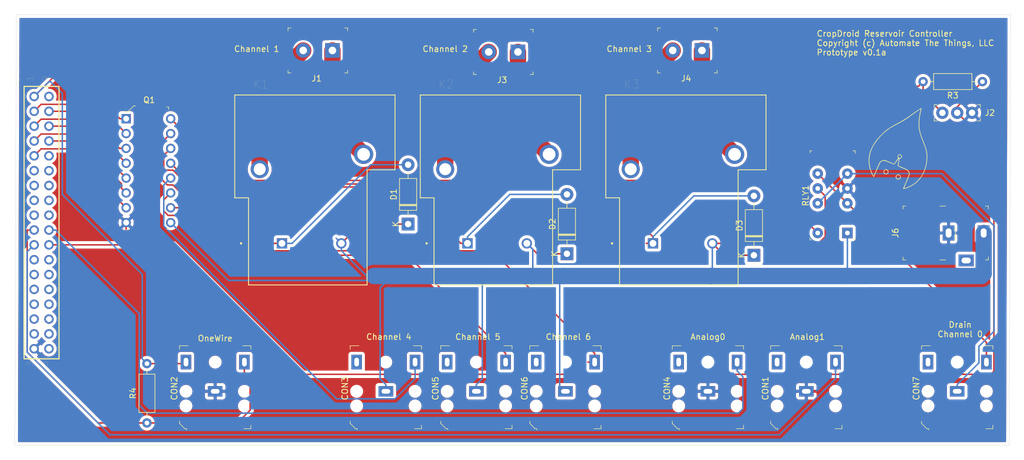
<source format=kicad_pcb>
(kicad_pcb (version 20171130) (host pcbnew 5.1.5-52549c5~84~ubuntu18.04.1)
  (title_block (title "CropDroid Reservoir") (rev v1) (company "Automate The Things, LLC") (comment 3 "License: Proprietary") (comment 4 "Author: Jeremy Hahn"))
  (layers (0 F.Cu signal) (31 B.Cu signal) (34 B.Paste user) (35 F.Paste user) (36 B.SilkS user) (37 F.SilkS user) (38 B.Mask user) (39 F.Mask user) (44 Edge.Cuts user))
  (net 0 "")
  (net 1 "Net-(CON1-Pad3)")
  (net 2 "Net-(CON1-Pad2)")
  (net 3 GND)
  (net 4 "Net-(CON2-Pad2)")
  (net 5 "Net-(CON2-Pad3)")
  (net 6 "Net-(CON3-Pad3)")
  (net 7 "Net-(CON3-Pad2)")
  (net 8 "Net-(CON4-Pad3)")
  (net 9 "Net-(CON4-Pad2)")
  (net 10 "Net-(CON5-Pad2)")
  (net 11 "Net-(CON5-Pad3)")
  (net 12 "Net-(J2-Pad2)")
  (net 13 "Net-(J4-Pad2)")
  (net 14 "Net-(J4-Pad1)")
  (net 15 "Net-(J5-Pad2)")
  (net 16 "Net-(J6-Pad3)")
  (net 17 "Net-(Q1-Pad16)")
  (net 18 "Net-(J3-Pad2)")
  (net 19 +12V)
  (net 20 "Net-(D1-Pad2)")
  (net 21 "Net-(D2-Pad2)")
  (net 22 "Net-(D3-Pad2)")
  (net 23 "Net-(J1-Pad1)")
  (net 24 "Net-(J1-Pad2)")
  (net 25 "Net-(J3-Pad1)")
  (net 26 "Net-(J5-Pad3)")
  (net 27 "Net-(J5-Pad4)")
  (net 28 "Net-(J5-Pad5)")
  (net 29 "Net-(J5-Pad6)")
  (net 30 "Net-(J5-Pad7)")
  (net 31 "Net-(J5-Pad8)")
  (net 32 "Net-(J5-Pad9)")
  (net 33 "Net-(J5-Pad10)")
  (net 34 "Net-(J5-Pad11)")
  (net 35 "Net-(J5-Pad12)")
  (net 36 "Net-(J5-Pad13)")
  (net 37 "Net-(J5-Pad14)")
  (net 38 "Net-(J5-Pad15)")
  (net 39 "Net-(J5-Pad16)")
  (net 40 "Net-(J5-Pad17)")
  (net 41 "Net-(J5-Pad18)")
  (net 42 "Net-(J5-Pad23)")
  (net 43 "Net-(J5-Pad24)")
  (net 44 "Net-(J5-Pad25)")
  (net 45 "Net-(J5-Pad26)")
  (net 46 "Net-(J5-Pad27)")
  (net 47 "Net-(J5-Pad28)")
  (net 48 "Net-(J5-Pad29)")
  (net 49 "Net-(J5-Pad30)")
  (net 50 "Net-(J5-Pad31)")
  (net 51 "Net-(J5-Pad32)")
  (net 52 "Net-(J5-Pad33)")
  (net 53 "Net-(J5-Pad34)")
  (net 54 "Net-(J5-Pad36)")
  (net 55 "Net-(CON6-Pad3)")
  (net 56 "Net-(CON6-Pad2)")
  (net 57 "Net-(CON7-Pad1)")
  (net 58 "Net-(CON7-Pad2)")
  (net 59 "Net-(CON7-Pad3)")
  (module cropdroid_logo:cropdroid_logo (layer F.Cu) (at 214.63 83.82)
    (fp_text reference G*** hide)
    (fp_text value LOGO hide)
  )
  (module Resistor_THT:R_Axial_DIN0207_L6.3mm_D2.5mm_P10.16mm_Horizontal (layer F.Cu) (at 86.106 130.81 90)
    (fp_text reference R4 (at 5.08 -2.37 90) (layer F.SilkS))
    (fp_text value 4.7k)
    (pad 2 thru_hole oval (at 10.16 0 90) (size 1.6 1.6) (drill 0.8) (layers *.Cu *.Mask) (net 5 "Net-(CON2-Pad3)"))
    (pad 1 thru_hole circle (at 0 0 90) (size 1.6 1.6) (drill 0.8) (layers *.Cu *.Mask) (net 4 "Net-(CON2-Pad2)"))
  )
  (module digikey-footprints:Headphone_Jack_3.5mm_SJ1-3523N (layer F.Cu) (at 97.79 120.396 90)
    (fp_text reference CON2 (at -4.5 -7 90) (layer F.SilkS))
    (fp_text value SJ1-3523N)
    (pad 3 thru_hole rect (at 0 -5 90) (size 2.5 1.8) (drill oval 1.5 0.8) (layers *.Cu *.Mask) (net 5 "Net-(CON2-Pad3)"))
    (pad 2 thru_hole rect (at 0 5 90) (size 2.5 1.8) (drill oval 1.5 0.8) (layers *.Cu *.Mask) (net 4 "Net-(CON2-Pad2)"))
    (pad 1 thru_hole rect (at -5 0 90) (size 1.8 2.5) (drill oval 0.8 1.5) (layers *.Cu *.Mask) (net 3 GND))
    (pad "" np_thru_hole circle (at 0 0 90) (size 1.2 1.2) (drill 1.2) (layers *.Cu *.Mask))
    (pad "" np_thru_hole circle (at -5 -5 90) (size 1.2 1.2) (drill 1.2) (layers *.Cu *.Mask))
    (pad "" np_thru_hole circle (at -7.5 -5 90) (size 1.2 1.2) (drill 1.2) (layers *.Cu *.Mask))
    (pad "" np_thru_hole circle (at -5 5 90) (size 1.2 1.2) (drill 1.2) (layers *.Cu *.Mask))
    (pad "" np_thru_hole circle (at -7.5 5 90) (size 1.2 1.2) (drill 1.2) (layers *.Cu *.Mask))
  )
  (module Resistor_THT:R_Axial_DIN0207_L6.3mm_D2.5mm_P10.16mm_Horizontal (layer F.Cu) (at 229.108 72.39 180)
    (fp_text reference R3 (at 5.08 -2.37) (layer F.SilkS))
    (fp_text value 10k)
    (pad 2 thru_hole oval (at 10.16 0 180) (size 1.6 1.6) (drill 0.8) (layers *.Cu *.Mask) (net 5 "Net-(CON2-Pad3)"))
    (pad 1 thru_hole circle (at 0 0 180) (size 1.6 1.6) (drill 0.8) (layers *.Cu *.Mask) (net 12 "Net-(J2-Pad2)"))
  )
  (module digikey-footprints:Headphone_Jack_3.5mm_SJ1-3523N (layer F.Cu) (at 182.118 120.396 90)
    (fp_text reference CON4 (at -4.5 -7 90) (layer F.SilkS))
    (fp_text value SJ1-3523N)
    (pad "" np_thru_hole circle (at -7.5 5 90) (size 1.2 1.2) (drill 1.2) (layers *.Cu *.Mask))
    (pad "" np_thru_hole circle (at -5 5 90) (size 1.2 1.2) (drill 1.2) (layers *.Cu *.Mask))
    (pad "" np_thru_hole circle (at -7.5 -5 90) (size 1.2 1.2) (drill 1.2) (layers *.Cu *.Mask))
    (pad "" np_thru_hole circle (at -5 -5 90) (size 1.2 1.2) (drill 1.2) (layers *.Cu *.Mask))
    (pad "" np_thru_hole circle (at 0 0 90) (size 1.2 1.2) (drill 1.2) (layers *.Cu *.Mask))
    (pad 1 thru_hole rect (at -5 0 90) (size 1.8 2.5) (drill oval 0.8 1.5) (layers *.Cu *.Mask) (net 3 GND))
    (pad 2 thru_hole rect (at 0 5 90) (size 2.5 1.8) (drill oval 1.5 0.8) (layers *.Cu *.Mask) (net 9 "Net-(CON4-Pad2)"))
    (pad 3 thru_hole rect (at 0 -5 90) (size 2.5 1.8) (drill oval 1.5 0.8) (layers *.Cu *.Mask) (net 8 "Net-(CON4-Pad3)"))
  )
  (module digikey-footprints:Headphone_Jack_3.5mm_SJ1-3523N (layer F.Cu) (at 198.962 120.396 90)
    (fp_text reference CON1 (at -4.5 -7 90) (layer F.SilkS))
    (fp_text value SJ1-3523N)
    (pad "" np_thru_hole circle (at -7.5 5 90) (size 1.2 1.2) (drill 1.2) (layers *.Cu *.Mask))
    (pad "" np_thru_hole circle (at -5 5 90) (size 1.2 1.2) (drill 1.2) (layers *.Cu *.Mask))
    (pad "" np_thru_hole circle (at -7.5 -5 90) (size 1.2 1.2) (drill 1.2) (layers *.Cu *.Mask))
    (pad "" np_thru_hole circle (at -5 -5 90) (size 1.2 1.2) (drill 1.2) (layers *.Cu *.Mask))
    (pad "" np_thru_hole circle (at 0 0 90) (size 1.2 1.2) (drill 1.2) (layers *.Cu *.Mask))
    (pad 1 thru_hole rect (at -5 0 90) (size 1.8 2.5) (drill oval 0.8 1.5) (layers *.Cu *.Mask) (net 3 GND))
    (pad 2 thru_hole rect (at 0 5 90) (size 2.5 1.8) (drill oval 1.5 0.8) (layers *.Cu *.Mask) (net 2 "Net-(CON1-Pad2)"))
    (pad 3 thru_hole rect (at 0 -5 90) (size 2.5 1.8) (drill oval 1.5 0.8) (layers *.Cu *.Mask) (net 1 "Net-(CON1-Pad3)"))
  )
  (module Diode_THT:D_DO-41_SOD81_P10.16mm_Horizontal (layer F.Cu) (at 189.992 102.108 90)
    (fp_text reference D3 (at 5.08 -2.47 90) (layer F.SilkS))
    (fp_text value 1N4001)
    (fp_text user K (at 0 -2.1 90) (layer F.SilkS))
    (pad 2 thru_hole oval (at 10.16 0 90) (size 2.2 2.2) (drill 1.1) (layers *.Cu *.Mask) (net 22 "Net-(D3-Pad2)"))
    (pad 1 thru_hole rect (at 0 0 90) (size 2.2 2.2) (drill 1.1) (layers *.Cu *.Mask) (net 19 +12V))
  )
  (module Diode_THT:D_DO-41_SOD81_P10.16mm_Horizontal (layer F.Cu) (at 157.988 101.854 90)
    (fp_text reference D2 (at 5.08 -2.47 90) (layer F.SilkS))
    (fp_text value 1N4001)
    (fp_text user K (at 0 -2.1 90) (layer F.SilkS))
    (pad 2 thru_hole oval (at 10.16 0 90) (size 2.2 2.2) (drill 1.1) (layers *.Cu *.Mask) (net 21 "Net-(D2-Pad2)"))
    (pad 1 thru_hole rect (at 0 0 90) (size 2.2 2.2) (drill 1.1) (layers *.Cu *.Mask) (net 19 +12V))
  )
  (module Diode_THT:D_DO-41_SOD81_P10.16mm_Horizontal (layer F.Cu) (at 130.81 96.774 90)
    (fp_text reference D1 (at 5.08 -2.47 90) (layer F.SilkS))
    (fp_text value 1N4001)
    (fp_text user K (at 0 -2.1 90) (layer F.SilkS))
    (pad 2 thru_hole oval (at 10.16 0 90) (size 2.2 2.2) (drill 1.1) (layers *.Cu *.Mask) (net 20 "Net-(D1-Pad2)"))
    (pad 1 thru_hole rect (at 0 0 90) (size 2.2 2.2) (drill 1.1) (layers *.Cu *.Mask) (net 19 +12V))
  )
  (module digikey-footprints:Term_Block_1x2_P5mm (layer F.Cu) (at 117.856 67.056 180)
    (fp_text reference J1 (at 2.7 -4.8) (layer F.SilkS))
    (fp_text value OSTTC020162)
    (pad 1 thru_hole rect (at 0 0 180) (size 2.5 2.5) (drill 1.3) (layers *.Cu *.Mask) (net 23 "Net-(J1-Pad1)"))
    (pad 2 thru_hole circle (at 5 0 180) (size 2.5 2.5) (drill 1.3) (layers *.Cu *.Mask) (net 24 "Net-(J1-Pad2)"))
  )
  (module digikey-footprints:Headphone_Jack_3.5mm_SJ1-3523N (layer F.Cu) (at 127 120.396 90)
    (fp_text reference CON3 (at -4.5 -7 90) (layer F.SilkS))
    (fp_text value SJ1-3523N)
    (pad "" np_thru_hole circle (at -7.5 5 90) (size 1.2 1.2) (drill 1.2) (layers *.Cu *.Mask))
    (pad "" np_thru_hole circle (at -5 5 90) (size 1.2 1.2) (drill 1.2) (layers *.Cu *.Mask))
    (pad "" np_thru_hole circle (at -7.5 -5 90) (size 1.2 1.2) (drill 1.2) (layers *.Cu *.Mask))
    (pad "" np_thru_hole circle (at -5 -5 90) (size 1.2 1.2) (drill 1.2) (layers *.Cu *.Mask))
    (pad "" np_thru_hole circle (at 0 0 90) (size 1.2 1.2) (drill 1.2) (layers *.Cu *.Mask))
    (pad 1 thru_hole rect (at -5 0 90) (size 1.8 2.5) (drill oval 0.8 1.5) (layers *.Cu *.Mask) (net 19 +12V))
    (pad 2 thru_hole rect (at 0 5 90) (size 2.5 1.8) (drill oval 1.5 0.8) (layers *.Cu *.Mask) (net 7 "Net-(CON3-Pad2)"))
    (pad 3 thru_hole rect (at 0 -5 90) (size 2.5 1.8) (drill oval 1.5 0.8) (layers *.Cu *.Mask) (net 6 "Net-(CON3-Pad3)"))
  )
  (module digikey-footprints:Headphone_Jack_3.5mm_SJ1-3523N (layer F.Cu) (at 142.494 120.396 90)
    (fp_text reference CON5 (at -4.5 -7 90) (layer F.SilkS))
    (fp_text value SJ1-3523N)
    (pad 3 thru_hole rect (at 0 -5 90) (size 2.5 1.8) (drill oval 1.5 0.8) (layers *.Cu *.Mask) (net 11 "Net-(CON5-Pad3)"))
    (pad 2 thru_hole rect (at 0 5 90) (size 2.5 1.8) (drill oval 1.5 0.8) (layers *.Cu *.Mask) (net 10 "Net-(CON5-Pad2)"))
    (pad 1 thru_hole rect (at -5 0 90) (size 1.8 2.5) (drill oval 0.8 1.5) (layers *.Cu *.Mask) (net 19 +12V))
    (pad "" np_thru_hole circle (at 0 0 90) (size 1.2 1.2) (drill 1.2) (layers *.Cu *.Mask))
    (pad "" np_thru_hole circle (at -5 -5 90) (size 1.2 1.2) (drill 1.2) (layers *.Cu *.Mask))
    (pad "" np_thru_hole circle (at -7.5 -5 90) (size 1.2 1.2) (drill 1.2) (layers *.Cu *.Mask))
    (pad "" np_thru_hole circle (at -5 5 90) (size 1.2 1.2) (drill 1.2) (layers *.Cu *.Mask))
    (pad "" np_thru_hole circle (at -7.5 5 90) (size 1.2 1.2) (drill 1.2) (layers *.Cu *.Mask))
  )
  (module digikey-footprints:Headphone_Jack_3.5mm_SJ1-3523N (layer F.Cu) (at 157.734 120.396 90)
    (fp_text reference CON6 (at -4.5 -7 90) (layer F.SilkS))
    (fp_text value SJ1-3523N)
    (pad 3 thru_hole rect (at 0 -5 90) (size 2.5 1.8) (drill oval 1.5 0.8) (layers *.Cu *.Mask) (net 55 "Net-(CON6-Pad3)"))
    (pad 2 thru_hole rect (at 0 5 90) (size 2.5 1.8) (drill oval 1.5 0.8) (layers *.Cu *.Mask) (net 56 "Net-(CON6-Pad2)"))
    (pad 1 thru_hole rect (at -5 0 90) (size 1.8 2.5) (drill oval 0.8 1.5) (layers *.Cu *.Mask) (net 19 +12V))
    (pad "" np_thru_hole circle (at 0 0 90) (size 1.2 1.2) (drill 1.2) (layers *.Cu *.Mask))
    (pad "" np_thru_hole circle (at -5 -5 90) (size 1.2 1.2) (drill 1.2) (layers *.Cu *.Mask))
    (pad "" np_thru_hole circle (at -7.5 -5 90) (size 1.2 1.2) (drill 1.2) (layers *.Cu *.Mask))
    (pad "" np_thru_hole circle (at -5 5 90) (size 1.2 1.2) (drill 1.2) (layers *.Cu *.Mask))
    (pad "" np_thru_hole circle (at -7.5 5 90) (size 1.2 1.2) (drill 1.2) (layers *.Cu *.Mask))
  )
  (module digikey-footprints:Headphone_Jack_3.5mm_SJ1-3523N (layer F.Cu) (at 224.79 120.396 90)
    (fp_text reference CON7 (at -4.5 -7 90) (layer F.SilkS))
    (fp_text value SJ1-3523N)
    (pad "" np_thru_hole circle (at -7.5 5 90) (size 1.2 1.2) (drill 1.2) (layers *.Cu *.Mask))
    (pad "" np_thru_hole circle (at -5 5 90) (size 1.2 1.2) (drill 1.2) (layers *.Cu *.Mask))
    (pad "" np_thru_hole circle (at -7.5 -5 90) (size 1.2 1.2) (drill 1.2) (layers *.Cu *.Mask))
    (pad "" np_thru_hole circle (at -5 -5 90) (size 1.2 1.2) (drill 1.2) (layers *.Cu *.Mask))
    (pad "" np_thru_hole circle (at 0 0 90) (size 1.2 1.2) (drill 1.2) (layers *.Cu *.Mask))
    (pad 1 thru_hole rect (at -5 0 90) (size 1.8 2.5) (drill oval 0.8 1.5) (layers *.Cu *.Mask) (net 57 "Net-(CON7-Pad1)"))
    (pad 2 thru_hole rect (at 0 5 90) (size 2.5 1.8) (drill oval 1.5 0.8) (layers *.Cu *.Mask) (net 58 "Net-(CON7-Pad2)"))
    (pad 3 thru_hole rect (at 0 -5 90) (size 2.5 1.8) (drill oval 1.5 0.8) (layers *.Cu *.Mask) (net 59 "Net-(CON7-Pad3)"))
  )
  (module digikey-footprints:PinHeader_1x3_P2.54_Drill1.1mm (layer F.Cu) (at 222.25 77.724)
    (fp_text reference J2 (at 8.128 0) (layer F.SilkS))
    (fp_text value 640456-3)
    (pad 1 thru_hole circle (at 0 0) (size 2.1 2.1) (drill 1.1) (layers *.Cu *.Mask) (net 5 "Net-(CON2-Pad3)"))
    (pad 2 thru_hole circle (at 2.54 0) (size 2.1 2.1) (drill 1.1) (layers *.Cu *.Mask) (net 12 "Net-(J2-Pad2)"))
    (pad 3 thru_hole circle (at 5.08 0) (size 2.1 2.1) (drill 1.1) (layers *.Cu *.Mask) (net 3 GND))
  )
  (module digikey-footprints:Term_Block_1x2_P5mm (layer F.Cu) (at 149.606 67.31 180)
    (fp_text reference J3 (at 2.7 -4.8) (layer F.SilkS))
    (fp_text value OSTTC020162)
    (pad 2 thru_hole circle (at 5 0 180) (size 2.5 2.5) (drill 1.3) (layers *.Cu *.Mask) (net 18 "Net-(J3-Pad2)"))
    (pad 1 thru_hole rect (at 0 0 180) (size 2.5 2.5) (drill 1.3) (layers *.Cu *.Mask) (net 25 "Net-(J3-Pad1)"))
  )
  (module digikey-footprints:Term_Block_1x2_P5mm (layer F.Cu) (at 181.102 67.056 180)
    (fp_text reference J4 (at 2.7 -4.8) (layer F.SilkS))
    (fp_text value OSTTC020162)
    (pad 1 thru_hole rect (at 0 0 180) (size 2.5 2.5) (drill 1.3) (layers *.Cu *.Mask) (net 14 "Net-(J4-Pad1)"))
    (pad 2 thru_hole circle (at 5 0 180) (size 2.5 2.5) (drill 1.3) (layers *.Cu *.Mask) (net 13 "Net-(J4-Pad2)"))
  )
  (module SAMTEC-MTSW-118-10-X-D-640:SAMTEC-MTSW-118-10-X-D-640 (layer F.Cu) (at 68.072 96.52 270)
    (fp_text reference J5 (at -25.3785 4.39951 90) (layer F.SilkS) (effects (font (size 1.5 1.5) (thickness 0.015))))
    (fp_text value SAMTEC-MTSW-118-10-X-D-640)
    (fp_text user 1 (at -24.68 1.905 90) (layer F.SilkS) (effects (font (thickness 0.015))))
    (fp_text user 2 (at -24.68 -0.635 90) (layer F.SilkS) (effects (font (thickness 0.015))))
    (fp_text user 35 (at 23.651 1.905 90) (layer F.SilkS) (effects (font (thickness 0.015))))
    (fp_text user 36 (at 23.651 -0.635 90) (layer F.SilkS) (effects (font (thickness 0.015))))
    (pad 1 thru_hole circle (at -21.59 1.27 270) (size 1.62001 1.62001) (drill 1.01999) (layers *.Cu) (net 5 "Net-(CON2-Pad3)"))
    (pad 2 thru_hole circle (at -21.59 -1.27 270) (size 1.62001 1.62001) (drill 1.01999) (layers *.Cu) (net 15 "Net-(J5-Pad2)"))
    (pad 3 thru_hole circle (at -19.05 1.27 270) (size 1.62001 1.62001) (drill 1.01999) (layers *.Cu) (net 26 "Net-(J5-Pad3)"))
    (pad 4 thru_hole circle (at -19.05 -1.27 270) (size 1.62001 1.62001) (drill 1.01999) (layers *.Cu) (net 27 "Net-(J5-Pad4)"))
    (pad 5 thru_hole circle (at -16.51 1.27 270) (size 1.62001 1.62001) (drill 1.01999) (layers *.Cu) (net 28 "Net-(J5-Pad5)"))
    (pad 6 thru_hole circle (at -16.51 -1.27 270) (size 1.62001 1.62001) (drill 1.01999) (layers *.Cu) (net 29 "Net-(J5-Pad6)"))
    (pad 7 thru_hole circle (at -13.97 1.27 270) (size 1.62001 1.62001) (drill 1.01999) (layers *.Cu) (net 30 "Net-(J5-Pad7)"))
    (pad 8 thru_hole circle (at -13.97 -1.27 270) (size 1.62001 1.62001) (drill 1.01999) (layers *.Cu) (net 31 "Net-(J5-Pad8)"))
    (pad 9 thru_hole circle (at -11.43 1.27 270) (size 1.62001 1.62001) (drill 1.01999) (layers *.Cu) (net 32 "Net-(J5-Pad9)"))
    (pad 10 thru_hole circle (at -11.43 -1.27 270) (size 1.62001 1.62001) (drill 1.01999) (layers *.Cu) (net 33 "Net-(J5-Pad10)"))
    (pad 11 thru_hole circle (at -8.89 1.27 270) (size 1.62001 1.62001) (drill 1.01999) (layers *.Cu) (net 34 "Net-(J5-Pad11)"))
    (pad 12 thru_hole circle (at -8.89 -1.27 270) (size 1.62001 1.62001) (drill 1.01999) (layers *.Cu) (net 35 "Net-(J5-Pad12)"))
    (pad 13 thru_hole circle (at -6.35 1.27 270) (size 1.62001 1.62001) (drill 1.01999) (layers *.Cu) (net 36 "Net-(J5-Pad13)"))
    (pad 14 thru_hole circle (at -6.35 -1.27 270) (size 1.62001 1.62001) (drill 1.01999) (layers *.Cu) (net 37 "Net-(J5-Pad14)"))
    (pad 15 thru_hole circle (at -3.81 1.27 270) (size 1.62001 1.62001) (drill 1.01999) (layers *.Cu) (net 38 "Net-(J5-Pad15)"))
    (pad 16 thru_hole circle (at -3.81 -1.27 270) (size 1.62001 1.62001) (drill 1.01999) (layers *.Cu) (net 39 "Net-(J5-Pad16)"))
    (pad 17 thru_hole circle (at -1.27 1.27 270) (size 1.62001 1.62001) (drill 1.01999) (layers *.Cu) (net 40 "Net-(J5-Pad17)"))
    (pad 18 thru_hole circle (at -1.27 -1.27 270) (size 1.62001 1.62001) (drill 1.01999) (layers *.Cu) (net 41 "Net-(J5-Pad18)"))
    (pad 19 thru_hole circle (at 1.27 1.27 270) (size 1.62001 1.62001) (drill 1.01999) (layers *.Cu) (net 4 "Net-(CON2-Pad2)"))
    (pad 20 thru_hole circle (at 1.27 -1.27 270) (size 1.62001 1.62001) (drill 1.01999) (layers *.Cu) (net 9 "Net-(CON4-Pad2)"))
    (pad 21 thru_hole circle (at 3.81 1.27 270) (size 1.62001 1.62001) (drill 1.01999) (layers *.Cu) (net 2 "Net-(CON1-Pad2)"))
    (pad 22 thru_hole circle (at 3.81 -1.27 270) (size 1.62001 1.62001) (drill 1.01999) (layers *.Cu) (net 12 "Net-(J2-Pad2)"))
    (pad 23 thru_hole circle (at 6.35 1.27 270) (size 1.62001 1.62001) (drill 1.01999) (layers *.Cu) (net 42 "Net-(J5-Pad23)"))
    (pad 24 thru_hole circle (at 6.35 -1.27 270) (size 1.62001 1.62001) (drill 1.01999) (layers *.Cu) (net 43 "Net-(J5-Pad24)"))
    (pad 25 thru_hole circle (at 8.89 1.27 270) (size 1.62001 1.62001) (drill 1.01999) (layers *.Cu) (net 44 "Net-(J5-Pad25)"))
    (pad 26 thru_hole circle (at 8.89 -1.27 270) (size 1.62001 1.62001) (drill 1.01999) (layers *.Cu) (net 45 "Net-(J5-Pad26)"))
    (pad 27 thru_hole circle (at 11.43 1.27 270) (size 1.62001 1.62001) (drill 1.01999) (layers *.Cu) (net 46 "Net-(J5-Pad27)"))
    (pad 28 thru_hole circle (at 11.43 -1.27 270) (size 1.62001 1.62001) (drill 1.01999) (layers *.Cu) (net 47 "Net-(J5-Pad28)"))
    (pad 29 thru_hole circle (at 13.97 1.27 270) (size 1.62001 1.62001) (drill 1.01999) (layers *.Cu) (net 48 "Net-(J5-Pad29)"))
    (pad 30 thru_hole circle (at 13.97 -1.27 270) (size 1.62001 1.62001) (drill 1.01999) (layers *.Cu) (net 49 "Net-(J5-Pad30)"))
    (pad 31 thru_hole circle (at 16.51 1.27 270) (size 1.62001 1.62001) (drill 1.01999) (layers *.Cu) (net 50 "Net-(J5-Pad31)"))
    (pad 32 thru_hole circle (at 16.51 -1.27 270) (size 1.62001 1.62001) (drill 1.01999) (layers *.Cu) (net 51 "Net-(J5-Pad32)"))
    (pad 33 thru_hole circle (at 19.05 1.27 270) (size 1.62001 1.62001) (drill 1.01999) (layers *.Cu) (net 52 "Net-(J5-Pad33)"))
    (pad 34 thru_hole circle (at 19.05 -1.27 270) (size 1.62001 1.62001) (drill 1.01999) (layers *.Cu) (net 53 "Net-(J5-Pad34)"))
    (pad 35 thru_hole circle (at 21.59 1.27 270) (size 1.62001 1.62001) (drill 1.01999) (layers *.Cu) (net 3 GND))
    (pad 36 thru_hole circle (at 21.59 -1.27 270) (size 1.62001 1.62001) (drill 1.01999) (layers *.Cu) (net 54 "Net-(J5-Pad36)"))
  )
  (module digikey-footprints:Barrel_Jack_5.5mmODx2.1mmID_PJ-102A (layer F.Cu) (at 226.314 98.298 90)
    (fp_text reference J6 (at 0 -12.1 90) (layer F.SilkS))
    (fp_text value PJ-102A)
    (pad 3 thru_hole rect (at -4.7 0 90) (size 2 2.6) (drill oval 1 1.6) (layers *.Cu *.Mask) (net 16 "Net-(J6-Pad3)"))
    (pad 1 thru_hole rect (at 0 3 90) (size 2.6 2) (drill oval 1.6 1) (layers *.Cu *.Mask) (net 19 +12V))
    (pad 2 thru_hole rect (at 0 -3 90) (size 2.6 2) (drill oval 1.6 1) (layers *.Cu *.Mask) (net 3 GND))
  )
  (module T9AS1D12-15:RELAY_T9AS1D12-15 (layer F.Cu) (at 109.22 100.076)
    (fp_text reference K1 (at -3.665025 -27.220035) (layer F.SilkS) (effects (font (size 1.395488 1.395488) (thickness 0.015))))
    (fp_text value T9AS1D12-15)
    (pad 2 thru_hole circle (at 10.16 0) (size 1.76 1.76) (drill 1.17) (layers *.Cu *.Mask) (net 19 +12V))
    (pad 1 thru_hole rect (at 0 0) (size 1.76 1.76) (drill 1.17) (layers *.Cu *.Mask) (net 20 "Net-(D1-Pad2)"))
    (pad 3 thru_hole circle (at -3.81 -12.7) (size 3.09 3.09) (drill 2.06) (layers *.Cu *.Mask) (net 24 "Net-(J1-Pad2)"))
    (pad 4 thru_hole circle (at 13.97 -15.24) (size 3.29 3.29) (drill 2.19) (layers *.Cu *.Mask) (net 23 "Net-(J1-Pad1)"))
  )
  (module T9AS1D12-15:RELAY_T9AS1D12-15 (layer F.Cu) (at 140.97 100.076)
    (fp_text reference K2 (at -3.665025 -27.220035) (layer F.SilkS) (effects (font (size 1.395488 1.395488) (thickness 0.015))))
    (fp_text value T9AS1D12-15)
    (pad 4 thru_hole circle (at 13.97 -15.24) (size 3.29 3.29) (drill 2.19) (layers *.Cu *.Mask) (net 25 "Net-(J3-Pad1)"))
    (pad 3 thru_hole circle (at -3.81 -12.7) (size 3.09 3.09) (drill 2.06) (layers *.Cu *.Mask) (net 18 "Net-(J3-Pad2)"))
    (pad 1 thru_hole rect (at 0 0) (size 1.76 1.76) (drill 1.17) (layers *.Cu *.Mask) (net 21 "Net-(D2-Pad2)"))
    (pad 2 thru_hole circle (at 10.16 0) (size 1.76 1.76) (drill 1.17) (layers *.Cu *.Mask) (net 19 +12V))
  )
  (module T9AS1D12-15:RELAY_T9AS1D12-15 (layer F.Cu) (at 172.72 100.076)
    (fp_text reference K3 (at -3.665025 -27.220035) (layer F.SilkS) (effects (font (size 1.395488 1.395488) (thickness 0.015))))
    (fp_text value T9AS1D12-15)
    (pad 2 thru_hole circle (at 10.16 0) (size 1.76 1.76) (drill 1.17) (layers *.Cu *.Mask) (net 19 +12V))
    (pad 1 thru_hole rect (at 0 0) (size 1.76 1.76) (drill 1.17) (layers *.Cu *.Mask) (net 22 "Net-(D3-Pad2)"))
    (pad 3 thru_hole circle (at -3.81 -12.7) (size 3.09 3.09) (drill 2.06) (layers *.Cu *.Mask) (net 13 "Net-(J4-Pad2)"))
    (pad 4 thru_hole circle (at 13.97 -15.24) (size 3.29 3.29) (drill 2.19) (layers *.Cu *.Mask) (net 14 "Net-(J4-Pad1)"))
  )
  (module digikey-footprints:DIP-16_W7.62mm (layer F.Cu) (at 82.55 78.74)
    (fp_text reference Q1 (at 3.94 -3.2) (layer F.SilkS))
    (fp_text value ULN2003AN)
    (pad 1 thru_hole rect (at 0 0) (size 1.6 1.6) (drill 1) (layers *.Cu *.Mask) (net 26 "Net-(J5-Pad3)"))
    (pad 2 thru_hole circle (at 0 2.54) (size 1.6 1.6) (drill 1) (layers *.Cu *.Mask) (net 27 "Net-(J5-Pad4)"))
    (pad 3 thru_hole circle (at 0 5.08) (size 1.6 1.6) (drill 1) (layers *.Cu *.Mask) (net 28 "Net-(J5-Pad5)"))
    (pad 4 thru_hole circle (at 0 7.62) (size 1.6 1.6) (drill 1) (layers *.Cu *.Mask) (net 29 "Net-(J5-Pad6)"))
    (pad 5 thru_hole circle (at 0 10.16) (size 1.6 1.6) (drill 1) (layers *.Cu *.Mask) (net 30 "Net-(J5-Pad7)"))
    (pad 6 thru_hole circle (at 0 12.7) (size 1.6 1.6) (drill 1) (layers *.Cu *.Mask) (net 31 "Net-(J5-Pad8)"))
    (pad 7 thru_hole circle (at 0 15.24) (size 1.6 1.6) (drill 1) (layers *.Cu *.Mask) (net 32 "Net-(J5-Pad9)"))
    (pad 10 thru_hole circle (at 7.62 15.24) (size 1.6 1.6) (drill 1) (layers *.Cu *.Mask) (net 56 "Net-(CON6-Pad2)"))
    (pad 11 thru_hole circle (at 7.62 12.7) (size 1.6 1.6) (drill 1) (layers *.Cu *.Mask) (net 10 "Net-(CON5-Pad2)"))
    (pad 12 thru_hole circle (at 7.62 10.16) (size 1.6 1.6) (drill 1) (layers *.Cu *.Mask) (net 7 "Net-(CON3-Pad2)"))
    (pad 13 thru_hole circle (at 7.62 7.62) (size 1.6 1.6) (drill 1) (layers *.Cu *.Mask) (net 22 "Net-(D3-Pad2)"))
    (pad 14 thru_hole circle (at 7.62 5.08) (size 1.6 1.6) (drill 1) (layers *.Cu *.Mask) (net 21 "Net-(D2-Pad2)"))
    (pad 15 thru_hole circle (at 7.62 2.54) (size 1.6 1.6) (drill 1) (layers *.Cu *.Mask) (net 20 "Net-(D1-Pad2)"))
    (pad 16 thru_hole circle (at 7.62 0) (size 1.6 1.6) (drill 1) (layers *.Cu *.Mask) (net 17 "Net-(Q1-Pad16)"))
    (pad 8 thru_hole circle (at 0 17.78) (size 1.6 1.6) (drill 1) (layers *.Cu *.Mask) (net 3 GND))
    (pad 9 thru_hole circle (at 7.62 17.78) (size 1.6 1.6) (drill 1) (layers *.Cu *.Mask) (net 19 +12V))
  )
  (module digikey-footprints:Relay_THT_EC2 (layer F.Cu) (at 200.914 98.298 90)
    (fp_text reference RLY1 (at 6.4 -2.075 90) (layer F.SilkS))
    (fp_text value EC2-12NU)
    (pad 12 thru_hole circle (at 0 0 90) (size 1.8 1.8) (drill 0.8) (layers *.Cu *.Mask) (net 17 "Net-(Q1-Pad16)"))
    (pad 10 thru_hole circle (at 5.08 0 90) (size 1.8 1.8) (drill 0.8) (layers *.Cu *.Mask) (net 57 "Net-(CON7-Pad1)"))
    (pad 9 thru_hole circle (at 7.62 0 90) (size 1.8 1.8) (drill 0.8) (layers *.Cu *.Mask) (net 19 +12V))
    (pad 8 thru_hole circle (at 10.16 0 90) (size 1.8 1.8) (drill 0.8) (layers *.Cu *.Mask) (net 58 "Net-(CON7-Pad2)"))
    (pad 5 thru_hole circle (at 10.16 5.08 90) (size 1.8 1.8) (drill 0.8) (layers *.Cu *.Mask) (net 57 "Net-(CON7-Pad1)"))
    (pad 4 thru_hole circle (at 7.62 5.08 90) (size 1.8 1.8) (drill 0.8) (layers *.Cu *.Mask) (net 3 GND))
    (pad 3 thru_hole circle (at 5.08 5.08 90) (size 1.8 1.8) (drill 0.8) (layers *.Cu *.Mask) (net 58 "Net-(CON7-Pad2)"))
    (pad 1 thru_hole rect (at 0 5.08 90) (size 1.8 1.8) (drill 0.8) (layers *.Cu *.Mask) (net 19 +12V))
  )
  (gr_text Analog1 (at 199.136 116.078) (layer F.SilkS) (effects (font (size 1 1))))
  (gr_text Analog0 (at 182.118 116.078) (layer F.SilkS) (effects (font (size 1 1))))
  (gr_text "Channel 6" (at 158.242 116.078) (layer F.SilkS) (effects (font (size 1 1))))
  (gr_text "Channel 5" (at 142.748 116.078) (layer F.SilkS) (effects (font (size 1 1))))
  (gr_text "Channel 3" (at 168.656 66.802) (layer F.SilkS) (effects (font (size 1 1))))
  (gr_text "Channel 2" (at 137.16 66.802) (layer F.SilkS) (effects (font (size 1 1))))
  (gr_text "Channel 1" (at 104.902 66.802) (layer F.SilkS) (effects (font (size 1 1))))
  (gr_text "Channel 4" (at 127.508 116.078) (layer F.SilkS) (effects (font (size 1 1))))
  (gr_text "Drain\nChannel 0" (at 225.298 114.808) (layer F.SilkS) (effects (font (size 1 1))))
  (gr_text OneWire (at 97.79 116.332) (layer F.SilkS) (effects (font (size 1 1))))
  (gr_text "CropDroid Reservoir Controller\nCopyright (c) Automate The Things, LLC\nPrototype v0.1a" (at 200.66 65.786) (layer F.SilkS) (effects (font (size 1 1)) (justify left)))
  (gr_line (start 63.754 60.96) (end 63.5 134.62) (layer Edge.Cuts) (width 0.05))
  (gr_line (start 233.68 134.62) (end 233.934 60.96) (layer Edge.Cuts) (width 0.05))
  (gr_line (start 63.5 134.62) (end 233.68 134.62) (layer Edge.Cuts) (width 0.05))
  (gr_line (start 233.934 60.96) (end 63.754 60.96) (layer Edge.Cuts) (width 0.05))
  (segment (start 203.962 120.476) (end 203.962 121.98) (width 0.254) (layer F.Cu) (net 2))
  (segment (start 203.962 121.98) (end 203.962 120.476) (width 0.254) (layer B.Cu) (net 2))
  (segment (start 203.962 123.231802) (end 194.351802 132.842) (width 0.254) (layer B.Cu) (net 2))
  (segment (start 203.962 120.396) (end 203.962 123.231802) (width 0.254) (layer B.Cu) (net 2))
  (segment (start 65.991996 101.140004) (end 66.802 100.33) (width 0.254) (layer B.Cu) (net 2))
  (segment (start 65.610994 101.521006) (end 65.991996 101.140004) (width 0.254) (layer B.Cu) (net 2))
  (segment (start 65.610994 118.681684) (end 65.610994 101.521006) (width 0.254) (layer B.Cu) (net 2))
  (segment (start 79.77131 132.842) (end 65.610994 118.681684) (width 0.254) (layer B.Cu) (net 2))
  (segment (start 194.351802 132.842) (end 79.77131 132.842) (width 0.254) (layer B.Cu) (net 2))
  (segment (start 223.314 98.298) (end 221.996 98.298) (width 0.254) (layer F.Cu) (net 3))
  (segment (start 66.802 118.11) (end 67.056 117.856) (width 0.254) (layer F.Cu) (net 3))
  (segment (start 82.55 97.65137) (end 82.55 96.52) (width 0.254) (layer F.Cu) (net 3))
  (segment (start 224.568 98.298) (end 223.314 98.298) (width 0.254) (layer F.Cu) (net 3))
  (segment (start 223.314 96.744) (end 223.314 98.298) (width 0.254) (layer F.Cu) (net 3))
  (segment (start 102.79 122.154) (end 102.79 120.65) (width 0.254) (layer F.Cu) (net 4))
  (segment (start 103.771001 128.620881) (end 103.771001 123.135001) (width 0.254) (layer F.Cu) (net 4))
  (segment (start 103.771001 123.135001) (end 102.79 122.154) (width 0.254) (layer F.Cu) (net 4))
  (segment (start 101.581882 130.81) (end 103.771001 128.620881) (width 0.254) (layer F.Cu) (net 4))
  (segment (start 86.106 130.81) (end 101.581882 130.81) (width 0.254) (layer F.Cu) (net 4))
  (segment (start 84.97463 130.81) (end 86.106 130.81) (width 0.254) (layer F.Cu) (net 4))
  (segment (start 65.610994 118.681684) (end 77.73931 130.81) (width 0.254) (layer F.Cu) (net 4))
  (segment (start 77.73931 130.81) (end 84.97463 130.81) (width 0.254) (layer F.Cu) (net 4))
  (segment (start 65.610994 97.835486) (end 65.610994 118.681684) (width 0.254) (layer F.Cu) (net 4))
  (segment (start 65.65648 97.79) (end 65.610994 97.835486) (width 0.254) (layer F.Cu) (net 4))
  (segment (start 66.802 97.79) (end 65.65648 97.79) (width 0.254) (layer F.Cu) (net 4))
  (segment (start 218.148001 73.189999) (end 200.189999 73.189999) (width 0.254) (layer F.Cu) (net 5))
  (segment (start 218.948 72.39) (end 218.148001 73.189999) (width 0.254) (layer F.Cu) (net 5))
  (segment (start 200.189999 73.189999) (end 191.008 64.008) (width 0.254) (layer F.Cu) (net 5))
  (segment (start 77.724 64.008) (end 66.802 74.93) (width 0.254) (layer F.Cu) (net 5))
  (segment (start 191.008 64.008) (end 77.724 64.008) (width 0.254) (layer F.Cu) (net 5))
  (segment (start 218.948 74.422) (end 222.25 77.724) (width 0.254) (layer F.Cu) (net 5))
  (segment (start 218.948 72.39) (end 218.948 74.422) (width 0.254) (layer F.Cu) (net 5))
  (segment (start 69.342 72.39) (end 66.802 74.93) (width 0.254) (layer B.Cu) (net 5))
  (segment (start 85.306001 119.850001) (end 85.306001 105.372001) (width 0.254) (layer B.Cu) (net 5))
  (segment (start 85.306001 105.372001) (end 71.628 91.694) (width 0.254) (layer B.Cu) (net 5))
  (segment (start 71.628 91.694) (end 71.628 74.422) (width 0.254) (layer B.Cu) (net 5))
  (segment (start 86.106 120.65) (end 85.306001 119.850001) (width 0.254) (layer B.Cu) (net 5))
  (segment (start 71.628 74.422) (end 69.596 72.39) (width 0.254) (layer B.Cu) (net 5))
  (segment (start 69.596 72.39) (end 69.342 72.39) (width 0.254) (layer B.Cu) (net 5))
  (segment (start 86.106 120.65) (end 92.79 120.65) (width 0.254) (layer F.Cu) (net 5))
  (segment (start 88.988999 90.081001) (end 89.370001 89.699999) (width 0.254) (layer B.Cu) (net 7))
  (segment (start 118.579119 126.677001) (end 88.988999 97.086881) (width 0.254) (layer B.Cu) (net 7))
  (segment (start 128.554801 126.677001) (end 118.579119 126.677001) (width 0.254) (layer B.Cu) (net 7))
  (segment (start 89.370001 89.699999) (end 90.17 88.9) (width 0.254) (layer B.Cu) (net 7))
  (segment (start 88.988999 97.086881) (end 88.988999 90.081001) (width 0.254) (layer B.Cu) (net 7))
  (segment (start 132 123.231802) (end 128.554801 126.677001) (width 0.254) (layer B.Cu) (net 7))
  (segment (start 132 120.396) (end 132 123.231802) (width 0.254) (layer B.Cu) (net 7))
  (segment (start 188.099001 128.366881) (end 188.099001 122.881001) (width 0.254) (layer B.Cu) (net 9))
  (segment (start 187.334881 129.131001) (end 188.099001 128.366881) (width 0.254) (layer B.Cu) (net 9))
  (segment (start 187.118 121.9) (end 187.118 120.396) (width 0.254) (layer B.Cu) (net 9))
  (segment (start 86.174883 129.131001) (end 187.334881 129.131001) (width 0.254) (layer B.Cu) (net 9))
  (segment (start 84.797991 127.754109) (end 86.174883 129.131001) (width 0.254) (layer B.Cu) (net 9))
  (segment (start 84.797991 112.100471) (end 84.797991 127.754109) (width 0.254) (layer B.Cu) (net 9))
  (segment (start 70.48752 97.79) (end 84.797991 112.100471) (width 0.254) (layer B.Cu) (net 9))
  (segment (start 188.099001 122.881001) (end 187.118 121.9) (width 0.254) (layer B.Cu) (net 9))
  (segment (start 69.342 97.79) (end 70.48752 97.79) (width 0.254) (layer B.Cu) (net 9))
  (segment (start 147.494 118.892) (end 130.71 102.108) (width 0.254) (layer F.Cu) (net 10))
  (segment (start 147.494 120.396) (end 147.494 118.892) (width 0.254) (layer F.Cu) (net 10))
  (segment (start 89.370001 92.239999) (end 90.17 91.44) (width 0.254) (layer F.Cu) (net 10))
  (segment (start 88.988999 92.621001) (end 89.370001 92.239999) (width 0.254) (layer F.Cu) (net 10))
  (segment (start 88.988999 94.546881) (end 88.988999 92.621001) (width 0.254) (layer F.Cu) (net 10))
  (segment (start 89.730126 95.288008) (end 88.988999 94.546881) (width 0.254) (layer F.Cu) (net 10))
  (segment (start 92.748008 95.288008) (end 89.730126 95.288008) (width 0.254) (layer F.Cu) (net 10))
  (segment (start 99.568 102.108) (end 92.748008 95.288008) (width 0.254) (layer F.Cu) (net 10))
  (segment (start 130.71 102.108) (end 99.568 102.108) (width 0.254) (layer F.Cu) (net 10))
  (segment (start 224.79 76.708) (end 224.79 77.724) (width 0.254) (layer F.Cu) (net 12))
  (segment (start 229.108 72.39) (end 224.79 76.708) (width 0.254) (layer F.Cu) (net 12))
  (segment (start 70.48752 100.33) (end 69.342 100.33) (width 0.254) (layer F.Cu) (net 12))
  (segment (start 90.639802 100.33) (end 70.48752 100.33) (width 0.254) (layer F.Cu) (net 12))
  (segment (start 112.797812 122.48801) (end 90.639802 100.33) (width 0.254) (layer F.Cu) (net 12))
  (segment (start 230.533792 122.48801) (end 112.797812 122.48801) (width 0.254) (layer F.Cu) (net 12))
  (segment (start 231.071001 121.950801) (end 230.533792 122.48801) (width 0.254) (layer F.Cu) (net 12))
  (segment (start 231.071001 84.005001) (end 231.071001 121.950801) (width 0.254) (layer F.Cu) (net 12))
  (segment (start 224.79 77.724) (end 231.071001 84.005001) (width 0.254) (layer F.Cu) (net 12))
  (segment (start 168.91 74.248) (end 176.102 67.056) (width 2.794) (layer F.Cu) (net 13))
  (segment (start 168.91 87.376) (end 168.91 74.248) (width 2.794) (layer F.Cu) (net 13))
  (segment (start 181.102 79.248) (end 186.69 84.836) (width 2.794) (layer F.Cu) (net 14))
  (segment (start 181.102 67.056) (end 181.102 79.248) (width 2.794) (layer F.Cu) (net 14))
  (segment (start 100.732001 89.302001) (end 191.918001 89.302001) (width 0.254) (layer F.Cu) (net 17))
  (segment (start 90.17 78.74) (end 100.732001 89.302001) (width 0.254) (layer F.Cu) (net 17))
  (segment (start 191.918001 89.302001) (end 200.914 98.298) (width 0.254) (layer F.Cu) (net 17))
  (segment (start 137.16 74.756) (end 144.606 67.31) (width 2.794) (layer F.Cu) (net 18))
  (segment (start 137.16 87.376) (end 137.16 74.756) (width 2.794) (layer F.Cu) (net 18))
  (segment (start 229.314 105.269802) (end 228.934801 105.649001) (width 2.794) (layer B.Cu) (net 19))
  (segment (start 229.314 98.298) (end 229.314 105.269802) (width 2.794) (layer B.Cu) (net 19))
  (segment (start 152.009999 105.527999) (end 152.146 105.664) (width 0.254) (layer B.Cu) (net 19))
  (segment (start 151.13 100.076) (end 152.009999 100.955999) (width 0.254) (layer B.Cu) (net 19))
  (segment (start 182.88 100.076) (end 182.88 105.41) (width 0.254) (layer B.Cu) (net 19))
  (segment (start 182.88 105.41) (end 182.626 105.664) (width 0.254) (layer B.Cu) (net 19))
  (segment (start 126.018999 107.661001) (end 128.016 105.664) (width 0.254) (layer B.Cu) (net 19))
  (segment (start 127 124.242) (end 126.018999 123.260999) (width 0.254) (layer B.Cu) (net 19))
  (segment (start 127 125.396) (end 127 124.242) (width 0.254) (layer B.Cu) (net 19))
  (segment (start 126.018999 123.260999) (end 126.018999 107.661001) (width 0.254) (layer B.Cu) (net 19))
  (segment (start 128.016 105.664) (end 124.953001 105.649001) (width 2.794) (layer B.Cu) (net 19))
  (segment (start 143.51 123.226) (end 143.51 105.664) (width 0.254) (layer B.Cu) (net 19))
  (segment (start 142.494 125.396) (end 142.494 124.242) (width 0.254) (layer B.Cu) (net 19))
  (segment (start 142.494 124.242) (end 143.51 123.226) (width 0.254) (layer B.Cu) (net 19))
  (segment (start 152.146 105.664) (end 143.51 105.664) (width 2.794) (layer B.Cu) (net 19))
  (segment (start 143.51 105.664) (end 128.016 105.664) (width 2.794) (layer B.Cu) (net 19))
  (segment (start 156.752999 124.764999) (end 156.752999 106.391001) (width 0.254) (layer B.Cu) (net 19))
  (segment (start 156.752999 106.391001) (end 157.48 105.664) (width 0.254) (layer B.Cu) (net 19))
  (segment (start 157.384 125.396) (end 156.752999 124.764999) (width 0.254) (layer B.Cu) (net 19))
  (segment (start 182.626 105.664) (end 157.48 105.664) (width 2.794) (layer B.Cu) (net 19))
  (segment (start 157.734 125.396) (end 157.384 125.396) (width 0.254) (layer B.Cu) (net 19))
  (segment (start 157.48 105.664) (end 152.146 105.664) (width 2.794) (layer B.Cu) (net 19))
  (segment (start 118.500001 99.196001) (end 119.38 100.076) (width 0.254) (layer B.Cu) (net 19))
  (segment (start 90.17 96.52) (end 90.969999 97.319999) (width 0.254) (layer B.Cu) (net 19))
  (segment (start 202.195001 91.959001) (end 201.813999 91.577999) (width 0.254) (layer F.Cu) (net 19))
  (segment (start 201.031882 100.076) (end 202.195001 98.912881) (width 0.254) (layer F.Cu) (net 19))
  (segment (start 201.813999 91.577999) (end 200.914 90.678) (width 0.254) (layer F.Cu) (net 19))
  (segment (start 202.195001 98.912881) (end 202.195001 91.959001) (width 0.254) (layer F.Cu) (net 19))
  (segment (start 182.88 100.076) (end 201.031882 100.076) (width 0.254) (layer F.Cu) (net 19))
  (segment (start 152.146 101.092) (end 151.13 100.076) (width 0.254) (layer B.Cu) (net 19))
  (segment (start 152.146 105.664) (end 152.146 101.092) (width 0.254) (layer B.Cu) (net 19))
  (segment (start 184.912 102.108) (end 182.88 100.076) (width 0.254) (layer F.Cu) (net 19))
  (segment (start 189.992 102.108) (end 184.912 102.108) (width 0.254) (layer F.Cu) (net 19))
  (segment (start 152.908 101.854) (end 151.13 100.076) (width 0.254) (layer F.Cu) (net 19))
  (segment (start 157.988 101.854) (end 152.908 101.854) (width 0.254) (layer F.Cu) (net 19))
  (segment (start 122.682 96.774) (end 119.38 100.076) (width 0.254) (layer F.Cu) (net 19))
  (segment (start 130.81 96.774) (end 122.682 96.774) (width 0.254) (layer F.Cu) (net 19))
  (segment (start 90.17 96.52) (end 100.076 106.426) (width 0.254) (layer B.Cu) (net 19))
  (segment (start 124.176002 106.426) (end 124.953001 105.649001) (width 0.254) (layer B.Cu) (net 19))
  (segment (start 100.076 106.426) (end 124.176002 106.426) (width 0.254) (layer B.Cu) (net 19))
  (segment (start 123.708494 105.649001) (end 124.953001 105.649001) (width 0.254) (layer B.Cu) (net 19))
  (segment (start 119.38 101.320507) (end 123.708494 105.649001) (width 0.254) (layer B.Cu) (net 19))
  (segment (start 119.38 100.076) (end 119.38 101.320507) (width 0.254) (layer B.Cu) (net 19))
  (segment (start 205.994 105.41) (end 205.74 105.664) (width 0.254) (layer B.Cu) (net 19))
  (segment (start 205.994 98.298) (end 205.994 105.41) (width 0.254) (layer B.Cu) (net 19))
  (segment (start 228.934801 105.649001) (end 205.74 105.664) (width 2.794) (layer B.Cu) (net 19))
  (segment (start 205.74 105.664) (end 182.626 105.664) (width 2.794) (layer B.Cu) (net 19))
  (segment (start 88.480989 82.969011) (end 89.370001 82.079999) (width 0.254) (layer F.Cu) (net 20))
  (segment (start 88.480989 88.958871) (end 88.480989 82.969011) (width 0.254) (layer F.Cu) (net 20))
  (segment (start 89.603119 90.081001) (end 88.480989 88.958871) (width 0.254) (layer F.Cu) (net 20))
  (segment (start 89.370001 82.079999) (end 90.17 81.28) (width 0.254) (layer F.Cu) (net 20))
  (segment (start 100.553882 100.076) (end 90.558883 90.081001) (width 0.254) (layer F.Cu) (net 20))
  (segment (start 109.22 100.076) (end 100.553882 100.076) (width 0.254) (layer F.Cu) (net 20))
  (segment (start 90.558883 90.081001) (end 89.603119 90.081001) (width 0.254) (layer F.Cu) (net 20))
  (segment (start 110.354 100.076) (end 109.22 100.076) (width 0.254) (layer B.Cu) (net 20))
  (segment (start 110.948482 100.076) (end 110.354 100.076) (width 0.254) (layer B.Cu) (net 20))
  (segment (start 124.410482 86.614) (end 110.948482 100.076) (width 0.254) (layer B.Cu) (net 20))
  (segment (start 130.81 86.614) (end 124.410482 86.614) (width 0.254) (layer B.Cu) (net 20))
  (segment (start 89.370001 84.619999) (end 90.17 83.82) (width 0.254) (layer F.Cu) (net 21))
  (segment (start 88.988999 87.210999) (end 88.988999 85.001001) (width 0.254) (layer F.Cu) (net 21))
  (segment (start 89.319001 87.541001) (end 88.988999 87.210999) (width 0.254) (layer F.Cu) (net 21))
  (segment (start 90.558883 87.541001) (end 89.319001 87.541001) (width 0.254) (layer F.Cu) (net 21))
  (segment (start 130.18401 90.42401) (end 93.441892 90.42401) (width 0.254) (layer F.Cu) (net 21))
  (segment (start 88.988999 85.001001) (end 89.370001 84.619999) (width 0.254) (layer F.Cu) (net 21))
  (segment (start 139.836 100.076) (end 130.18401 90.42401) (width 0.254) (layer F.Cu) (net 21))
  (segment (start 93.441892 90.42401) (end 90.558883 87.541001) (width 0.254) (layer F.Cu) (net 21))
  (segment (start 140.97 100.076) (end 139.836 100.076) (width 0.254) (layer F.Cu) (net 21))
  (segment (start 140.97 98.942) (end 140.97 100.076) (width 0.254) (layer B.Cu) (net 21))
  (segment (start 148.218 91.694) (end 140.97 98.942) (width 0.254) (layer B.Cu) (net 21))
  (segment (start 157.988 91.694) (end 148.218 91.694) (width 0.254) (layer B.Cu) (net 21))
  (segment (start 172.72 100.076) (end 171.586 100.076) (width 0.254) (layer F.Cu) (net 22))
  (segment (start 172.72 98.942) (end 163.694 89.916) (width 0.254) (layer F.Cu) (net 22))
  (segment (start 172.72 100.076) (end 172.72 98.942) (width 0.254) (layer F.Cu) (net 22))
  (segment (start 93.726 89.916) (end 90.17 86.36) (width 0.254) (layer F.Cu) (net 22))
  (segment (start 163.694 89.916) (end 93.726 89.916) (width 0.254) (layer F.Cu) (net 22))
  (segment (start 172.72 98.942) (end 172.72 100.076) (width 0.254) (layer B.Cu) (net 22))
  (segment (start 179.714 91.948) (end 172.72 98.942) (width 0.254) (layer B.Cu) (net 22))
  (segment (start 189.992 91.948) (end 179.714 91.948) (width 0.254) (layer B.Cu) (net 22))
  (segment (start 117.856 79.502) (end 123.19 84.836) (width 2.794) (layer F.Cu) (net 23))
  (segment (start 117.856 67.056) (end 117.856 79.502) (width 2.794) (layer F.Cu) (net 23))
  (segment (start 105.41 87.376) (end 105.41 74.502) (width 2.794) (layer F.Cu) (net 24))
  (segment (start 105.41 74.502) (end 112.856 67.056) (width 2.794) (layer F.Cu) (net 24))
  (segment (start 149.606 79.502) (end 154.94 84.836) (width 2.794) (layer F.Cu) (net 25))
  (segment (start 149.606 67.31) (end 149.606 79.502) (width 2.794) (layer F.Cu) (net 25))
  (segment (start 67.612004 76.659996) (end 66.802 77.47) (width 0.254) (layer F.Cu) (net 26))
  (segment (start 67.993006 76.278994) (end 67.612004 76.659996) (width 0.254) (layer F.Cu) (net 26))
  (segment (start 79.034994 76.278994) (end 67.993006 76.278994) (width 0.254) (layer F.Cu) (net 26))
  (segment (start 81.496 78.74) (end 79.034994 76.278994) (width 0.254) (layer F.Cu) (net 26))
  (segment (start 82.55 78.74) (end 81.496 78.74) (width 0.254) (layer F.Cu) (net 26))
  (segment (start 82.55 81.28) (end 78.74 77.47) (width 0.254) (layer F.Cu) (net 27))
  (segment (start 78.74 77.47) (end 69.342 77.47) (width 0.254) (layer F.Cu) (net 27))
  (segment (start 67.612004 79.199996) (end 66.802 80.01) (width 0.254) (layer F.Cu) (net 28))
  (segment (start 76.417624 78.818994) (end 67.993006 78.818994) (width 0.254) (layer F.Cu) (net 28))
  (segment (start 81.41863 83.82) (end 76.417624 78.818994) (width 0.254) (layer F.Cu) (net 28))
  (segment (start 67.993006 78.818994) (end 67.612004 79.199996) (width 0.254) (layer F.Cu) (net 28))
  (segment (start 82.55 83.82) (end 81.41863 83.82) (width 0.254) (layer F.Cu) (net 28))
  (segment (start 76.2 80.01) (end 69.342 80.01) (width 0.254) (layer F.Cu) (net 29))
  (segment (start 82.55 86.36) (end 76.2 80.01) (width 0.254) (layer F.Cu) (net 29))
  (segment (start 67.612004 81.739996) (end 66.802 82.55) (width 0.254) (layer F.Cu) (net 30))
  (segment (start 67.993006 81.358994) (end 67.612004 81.739996) (width 0.254) (layer F.Cu) (net 30))
  (segment (start 75.008994 81.358994) (end 67.993006 81.358994) (width 0.254) (layer F.Cu) (net 30))
  (segment (start 82.55 88.9) (end 75.008994 81.358994) (width 0.254) (layer F.Cu) (net 30))
  (segment (start 81.750001 90.640001) (end 81.750001 89.878001) (width 0.254) (layer F.Cu) (net 31))
  (segment (start 82.55 91.44) (end 81.750001 90.640001) (width 0.254) (layer F.Cu) (net 31))
  (segment (start 74.422 82.55) (end 69.342 82.55) (width 0.254) (layer F.Cu) (net 31))
  (segment (start 81.750001 89.878001) (end 74.422 82.55) (width 0.254) (layer F.Cu) (net 31))
  (segment (start 82.55 93.98) (end 80.518 91.948) (width 0.254) (layer F.Cu) (net 32))
  (segment (start 80.518 91.948) (end 80.518 90.424) (width 0.254) (layer F.Cu) (net 32))
  (segment (start 67.612004 84.279996) (end 66.802 85.09) (width 0.254) (layer F.Cu) (net 32))
  (segment (start 67.993006 83.898994) (end 67.612004 84.279996) (width 0.254) (layer F.Cu) (net 32))
  (segment (start 73.992994 83.898994) (end 67.993006 83.898994) (width 0.254) (layer F.Cu) (net 32))
  (segment (start 80.518 90.424) (end 73.992994 83.898994) (width 0.254) (layer F.Cu) (net 32))
  (segment (start 162.734 120.396) (end 161.58 120.396) (width 0.254) (layer F.Cu) (net 56))
  (segment (start 162.734 118.892) (end 145.188 101.346) (width 0.254) (layer F.Cu) (net 56))
  (segment (start 162.734 120.396) (end 162.734 118.892) (width 0.254) (layer F.Cu) (net 56))
  (segment (start 145.188 101.346) (end 100.33 101.346) (width 0.254) (layer F.Cu) (net 56))
  (segment (start 92.964 93.98) (end 90.17 93.98) (width 0.254) (layer F.Cu) (net 56))
  (segment (start 100.33 101.346) (end 92.964 93.98) (width 0.254) (layer F.Cu) (net 56))
  (segment (start 231.09201 97.090208) (end 222.139802 88.138) (width 0.254) (layer B.Cu) (net 57))
  (segment (start 228.508999 117.693001) (end 231.09201 115.10999) (width 0.254) (layer B.Cu) (net 57))
  (segment (start 231.09201 115.10999) (end 231.09201 97.090208) (width 0.254) (layer B.Cu) (net 57))
  (segment (start 228.508999 120.523001) (end 228.508999 117.693001) (width 0.254) (layer B.Cu) (net 57))
  (segment (start 224.79 124.242) (end 228.508999 120.523001) (width 0.254) (layer B.Cu) (net 57))
  (segment (start 207.266792 88.138) (end 205.994 88.138) (width 0.254) (layer B.Cu) (net 57))
  (segment (start 222.139802 88.138) (end 207.266792 88.138) (width 0.254) (layer B.Cu) (net 57))
  (segment (start 224.79 125.396) (end 224.79 124.242) (width 0.254) (layer B.Cu) (net 57))
  (segment (start 205.994 88.138) (end 201.93 92.202) (width 0.254) (layer B.Cu) (net 57))
  (segment (start 205.994 88.138) (end 200.914 93.218) (width 0.254) (layer B.Cu) (net 57))
  (segment (start 201.813999 89.037999) (end 205.994 93.218) (width 0.254) (layer F.Cu) (net 58))
  (segment (start 200.914 88.138) (end 201.813999 89.037999) (width 0.254) (layer F.Cu) (net 58))
  (segment (start 229.79 117.014) (end 205.994 93.218) (width 0.254) (layer F.Cu) (net 58))
  (segment (start 229.79 120.396) (end 229.79 117.014) (width 0.254) (layer F.Cu) (net 58))
  (zone (net 3) (net_name GND) (layer F.Cu) (connect_pads (clearance 0.508)) (min_thickness 0.254) (fill yes (arc_segments 32) (thermal_gap 0.508) (thermal_bridge_width 0.508))
    (polygon (pts (xy 236.22 137.16) (xy 60.96 137.16) (xy 60.96 58.42) (xy 236.22 58.42)))
  )
  (zone (net 3) (net_name GND) (layer B.Cu) (connect_pads (clearance 0.508)) (min_thickness 0.254) (fill yes (arc_segments 32) (thermal_gap 0.508) (thermal_bridge_width 0.508))
    (polygon (pts (xy 236.22 137.16) (xy 60.96 137.16) (xy 60.96 58.42) (xy 236.22 58.42)))
  )
)
</source>
